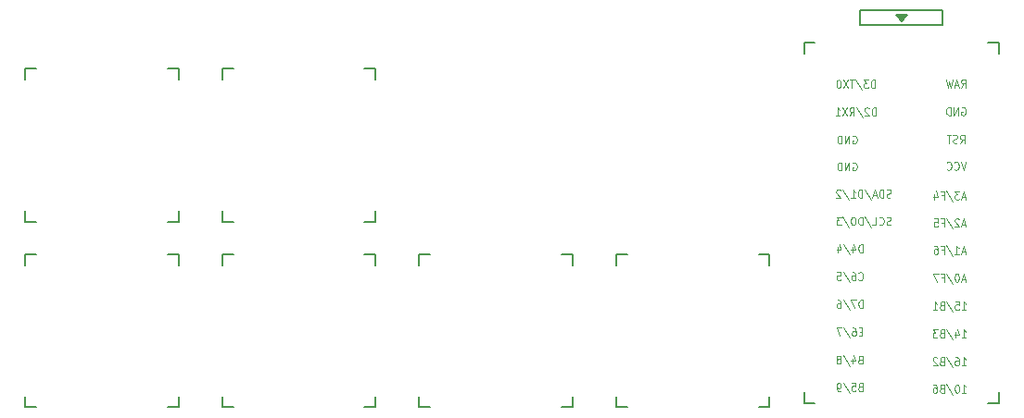
<source format=gbo>
G04 #@! TF.GenerationSoftware,KiCad,Pcbnew,(5.1.10-1-10_14)*
G04 #@! TF.CreationDate,2021-10-28T16:09:57+08:00*
G04 #@! TF.ProjectId,macro3,6d616372-6f33-42e6-9b69-6361645f7063,0.1*
G04 #@! TF.SameCoordinates,Original*
G04 #@! TF.FileFunction,Legend,Bot*
G04 #@! TF.FilePolarity,Positive*
%FSLAX46Y46*%
G04 Gerber Fmt 4.6, Leading zero omitted, Abs format (unit mm)*
G04 Created by KiCad (PCBNEW (5.1.10-1-10_14)) date 2021-10-28 16:09:57*
%MOMM*%
%LPD*%
G01*
G04 APERTURE LIST*
%ADD10C,0.150000*%
%ADD11C,0.125000*%
%ADD12C,0.120000*%
%ADD13C,1.900000*%
%ADD14C,2.400000*%
%ADD15C,1.390600*%
%ADD16C,2.432000*%
%ADD17C,3.829000*%
%ADD18C,2.101800*%
%ADD19C,1.924000*%
G04 APERTURE END LIST*
D10*
X45460000Y-80480000D02*
X45460000Y-81480000D01*
X44460000Y-80480000D02*
X45460000Y-80480000D01*
X45460000Y-94480000D02*
X44460000Y-94480000D01*
X45460000Y-93480000D02*
X45460000Y-94480000D01*
X31460000Y-94480000D02*
X31460000Y-93480000D01*
X32460000Y-94480000D02*
X31460000Y-94480000D01*
X31460000Y-80480000D02*
X32460000Y-80480000D01*
X31460000Y-81480000D02*
X31460000Y-80480000D01*
X45460000Y-63480000D02*
X45460000Y-64480000D01*
X44460000Y-63480000D02*
X45460000Y-63480000D01*
X45460000Y-77480000D02*
X44460000Y-77480000D01*
X45460000Y-76480000D02*
X45460000Y-77480000D01*
X31460000Y-77480000D02*
X31460000Y-76480000D01*
X32460000Y-77480000D02*
X31460000Y-77480000D01*
X31460000Y-63480000D02*
X32460000Y-63480000D01*
X31460000Y-64480000D02*
X31460000Y-63480000D01*
X111660000Y-58970000D02*
X111360000Y-58970000D01*
X111760000Y-58820000D02*
X111260000Y-58820000D01*
X111860000Y-58670000D02*
X111160000Y-58670000D01*
X111510000Y-59170000D02*
X112010000Y-58520000D01*
X111010000Y-58520000D02*
X111510000Y-59170000D01*
X112010000Y-58520000D02*
X111010000Y-58520000D01*
X107760000Y-58170000D02*
X115260000Y-58170000D01*
X107760000Y-59470000D02*
X107760000Y-58170000D01*
X115260000Y-59470000D02*
X107760000Y-59470000D01*
X115260000Y-58170000D02*
X115260000Y-59470000D01*
X120410000Y-61070000D02*
X120410000Y-62070000D01*
X102610000Y-61070000D02*
X102610000Y-62070000D01*
X120410000Y-61070000D02*
X119410000Y-61070000D01*
X102610000Y-61070000D02*
X103560000Y-61070000D01*
X120410000Y-93070000D02*
X120410000Y-94120000D01*
X102610000Y-93120000D02*
X102610000Y-94120000D01*
X120410000Y-94120000D02*
X119410000Y-94120000D01*
X102610000Y-94120000D02*
X103620000Y-94120000D01*
X49460000Y-64480000D02*
X49460000Y-63480000D01*
X49460000Y-63480000D02*
X50460000Y-63480000D01*
X50460000Y-77480000D02*
X49460000Y-77480000D01*
X49460000Y-77480000D02*
X49460000Y-76480000D01*
X63460000Y-76480000D02*
X63460000Y-77480000D01*
X63460000Y-77480000D02*
X62460000Y-77480000D01*
X62460000Y-63480000D02*
X63460000Y-63480000D01*
X63460000Y-63480000D02*
X63460000Y-64480000D01*
X85460000Y-81480000D02*
X85460000Y-80480000D01*
X85460000Y-80480000D02*
X86460000Y-80480000D01*
X86460000Y-94480000D02*
X85460000Y-94480000D01*
X85460000Y-94480000D02*
X85460000Y-93480000D01*
X99460000Y-93480000D02*
X99460000Y-94480000D01*
X99460000Y-94480000D02*
X98460000Y-94480000D01*
X98460000Y-80480000D02*
X99460000Y-80480000D01*
X99460000Y-80480000D02*
X99460000Y-81480000D01*
X67460000Y-81480000D02*
X67460000Y-80480000D01*
X67460000Y-80480000D02*
X68460000Y-80480000D01*
X68460000Y-94480000D02*
X67460000Y-94480000D01*
X67460000Y-94480000D02*
X67460000Y-93480000D01*
X81460000Y-93480000D02*
X81460000Y-94480000D01*
X81460000Y-94480000D02*
X80460000Y-94480000D01*
X80460000Y-80480000D02*
X81460000Y-80480000D01*
X81460000Y-80480000D02*
X81460000Y-81480000D01*
X49460000Y-81480000D02*
X49460000Y-80480000D01*
X49460000Y-80480000D02*
X50460000Y-80480000D01*
X50460000Y-94480000D02*
X49460000Y-94480000D01*
X49460000Y-94480000D02*
X49460000Y-93480000D01*
X63460000Y-93480000D02*
X63460000Y-94480000D01*
X63460000Y-94480000D02*
X62460000Y-94480000D01*
X62460000Y-80480000D02*
X63460000Y-80480000D01*
X63460000Y-80480000D02*
X63460000Y-81480000D01*
D11*
X116967619Y-65209285D02*
X117190952Y-64852142D01*
X117350476Y-65209285D02*
X117350476Y-64459285D01*
X117095238Y-64459285D01*
X117031428Y-64495000D01*
X116999523Y-64530714D01*
X116967619Y-64602142D01*
X116967619Y-64709285D01*
X116999523Y-64780714D01*
X117031428Y-64816428D01*
X117095238Y-64852142D01*
X117350476Y-64852142D01*
X116712380Y-64995000D02*
X116393333Y-64995000D01*
X116776190Y-65209285D02*
X116552857Y-64459285D01*
X116329523Y-65209285D01*
X116170000Y-64459285D02*
X116010476Y-65209285D01*
X115882857Y-64673571D01*
X115755238Y-65209285D01*
X115595714Y-64459285D01*
X117015476Y-67045000D02*
X117079285Y-67009285D01*
X117175000Y-67009285D01*
X117270714Y-67045000D01*
X117334523Y-67116428D01*
X117366428Y-67187857D01*
X117398333Y-67330714D01*
X117398333Y-67437857D01*
X117366428Y-67580714D01*
X117334523Y-67652142D01*
X117270714Y-67723571D01*
X117175000Y-67759285D01*
X117111190Y-67759285D01*
X117015476Y-67723571D01*
X116983571Y-67687857D01*
X116983571Y-67437857D01*
X117111190Y-67437857D01*
X116696428Y-67759285D02*
X116696428Y-67009285D01*
X116313571Y-67759285D01*
X116313571Y-67009285D01*
X115994523Y-67759285D02*
X115994523Y-67009285D01*
X115835000Y-67009285D01*
X115739285Y-67045000D01*
X115675476Y-67116428D01*
X115643571Y-67187857D01*
X115611666Y-67330714D01*
X115611666Y-67437857D01*
X115643571Y-67580714D01*
X115675476Y-67652142D01*
X115739285Y-67723571D01*
X115835000Y-67759285D01*
X115994523Y-67759285D01*
X116871904Y-70309285D02*
X117095238Y-69952142D01*
X117254761Y-70309285D02*
X117254761Y-69559285D01*
X116999523Y-69559285D01*
X116935714Y-69595000D01*
X116903809Y-69630714D01*
X116871904Y-69702142D01*
X116871904Y-69809285D01*
X116903809Y-69880714D01*
X116935714Y-69916428D01*
X116999523Y-69952142D01*
X117254761Y-69952142D01*
X116616666Y-70273571D02*
X116520952Y-70309285D01*
X116361428Y-70309285D01*
X116297619Y-70273571D01*
X116265714Y-70237857D01*
X116233809Y-70166428D01*
X116233809Y-70095000D01*
X116265714Y-70023571D01*
X116297619Y-69987857D01*
X116361428Y-69952142D01*
X116489047Y-69916428D01*
X116552857Y-69880714D01*
X116584761Y-69845000D01*
X116616666Y-69773571D01*
X116616666Y-69702142D01*
X116584761Y-69630714D01*
X116552857Y-69595000D01*
X116489047Y-69559285D01*
X116329523Y-69559285D01*
X116233809Y-69595000D01*
X116042380Y-69559285D02*
X115659523Y-69559285D01*
X115850952Y-70309285D02*
X115850952Y-69559285D01*
X117398333Y-72009285D02*
X117175000Y-72759285D01*
X116951666Y-72009285D01*
X116345476Y-72687857D02*
X116377380Y-72723571D01*
X116473095Y-72759285D01*
X116536904Y-72759285D01*
X116632619Y-72723571D01*
X116696428Y-72652142D01*
X116728333Y-72580714D01*
X116760238Y-72437857D01*
X116760238Y-72330714D01*
X116728333Y-72187857D01*
X116696428Y-72116428D01*
X116632619Y-72045000D01*
X116536904Y-72009285D01*
X116473095Y-72009285D01*
X116377380Y-72045000D01*
X116345476Y-72080714D01*
X115675476Y-72687857D02*
X115707380Y-72723571D01*
X115803095Y-72759285D01*
X115866904Y-72759285D01*
X115962619Y-72723571D01*
X116026428Y-72652142D01*
X116058333Y-72580714D01*
X116090238Y-72437857D01*
X116090238Y-72330714D01*
X116058333Y-72187857D01*
X116026428Y-72116428D01*
X115962619Y-72045000D01*
X115866904Y-72009285D01*
X115803095Y-72009285D01*
X115707380Y-72045000D01*
X115675476Y-72080714D01*
X117340714Y-75245000D02*
X117021666Y-75245000D01*
X117404523Y-75459285D02*
X117181190Y-74709285D01*
X116957857Y-75459285D01*
X116798333Y-74709285D02*
X116383571Y-74709285D01*
X116606904Y-74995000D01*
X116511190Y-74995000D01*
X116447380Y-75030714D01*
X116415476Y-75066428D01*
X116383571Y-75137857D01*
X116383571Y-75316428D01*
X116415476Y-75387857D01*
X116447380Y-75423571D01*
X116511190Y-75459285D01*
X116702619Y-75459285D01*
X116766428Y-75423571D01*
X116798333Y-75387857D01*
X115617857Y-74673571D02*
X116192142Y-75637857D01*
X115171190Y-75066428D02*
X115394523Y-75066428D01*
X115394523Y-75459285D02*
X115394523Y-74709285D01*
X115075476Y-74709285D01*
X114533095Y-74959285D02*
X114533095Y-75459285D01*
X114692619Y-74673571D02*
X114852142Y-75209285D01*
X114437380Y-75209285D01*
X117340714Y-77745000D02*
X117021666Y-77745000D01*
X117404523Y-77959285D02*
X117181190Y-77209285D01*
X116957857Y-77959285D01*
X116766428Y-77280714D02*
X116734523Y-77245000D01*
X116670714Y-77209285D01*
X116511190Y-77209285D01*
X116447380Y-77245000D01*
X116415476Y-77280714D01*
X116383571Y-77352142D01*
X116383571Y-77423571D01*
X116415476Y-77530714D01*
X116798333Y-77959285D01*
X116383571Y-77959285D01*
X115617857Y-77173571D02*
X116192142Y-78137857D01*
X115171190Y-77566428D02*
X115394523Y-77566428D01*
X115394523Y-77959285D02*
X115394523Y-77209285D01*
X115075476Y-77209285D01*
X114501190Y-77209285D02*
X114820238Y-77209285D01*
X114852142Y-77566428D01*
X114820238Y-77530714D01*
X114756428Y-77495000D01*
X114596904Y-77495000D01*
X114533095Y-77530714D01*
X114501190Y-77566428D01*
X114469285Y-77637857D01*
X114469285Y-77816428D01*
X114501190Y-77887857D01*
X114533095Y-77923571D01*
X114596904Y-77959285D01*
X114756428Y-77959285D01*
X114820238Y-77923571D01*
X114852142Y-77887857D01*
X117340714Y-80245000D02*
X117021666Y-80245000D01*
X117404523Y-80459285D02*
X117181190Y-79709285D01*
X116957857Y-80459285D01*
X116383571Y-80459285D02*
X116766428Y-80459285D01*
X116575000Y-80459285D02*
X116575000Y-79709285D01*
X116638809Y-79816428D01*
X116702619Y-79887857D01*
X116766428Y-79923571D01*
X115617857Y-79673571D02*
X116192142Y-80637857D01*
X115171190Y-80066428D02*
X115394523Y-80066428D01*
X115394523Y-80459285D02*
X115394523Y-79709285D01*
X115075476Y-79709285D01*
X114533095Y-79709285D02*
X114660714Y-79709285D01*
X114724523Y-79745000D01*
X114756428Y-79780714D01*
X114820238Y-79887857D01*
X114852142Y-80030714D01*
X114852142Y-80316428D01*
X114820238Y-80387857D01*
X114788333Y-80423571D01*
X114724523Y-80459285D01*
X114596904Y-80459285D01*
X114533095Y-80423571D01*
X114501190Y-80387857D01*
X114469285Y-80316428D01*
X114469285Y-80137857D01*
X114501190Y-80066428D01*
X114533095Y-80030714D01*
X114596904Y-79995000D01*
X114724523Y-79995000D01*
X114788333Y-80030714D01*
X114820238Y-80066428D01*
X114852142Y-80137857D01*
X117340714Y-82795000D02*
X117021666Y-82795000D01*
X117404523Y-83009285D02*
X117181190Y-82259285D01*
X116957857Y-83009285D01*
X116606904Y-82259285D02*
X116543095Y-82259285D01*
X116479285Y-82295000D01*
X116447380Y-82330714D01*
X116415476Y-82402142D01*
X116383571Y-82545000D01*
X116383571Y-82723571D01*
X116415476Y-82866428D01*
X116447380Y-82937857D01*
X116479285Y-82973571D01*
X116543095Y-83009285D01*
X116606904Y-83009285D01*
X116670714Y-82973571D01*
X116702619Y-82937857D01*
X116734523Y-82866428D01*
X116766428Y-82723571D01*
X116766428Y-82545000D01*
X116734523Y-82402142D01*
X116702619Y-82330714D01*
X116670714Y-82295000D01*
X116606904Y-82259285D01*
X115617857Y-82223571D02*
X116192142Y-83187857D01*
X115171190Y-82616428D02*
X115394523Y-82616428D01*
X115394523Y-83009285D02*
X115394523Y-82259285D01*
X115075476Y-82259285D01*
X114884047Y-82259285D02*
X114437380Y-82259285D01*
X114724523Y-83009285D01*
X117037619Y-85559285D02*
X117420476Y-85559285D01*
X117229047Y-85559285D02*
X117229047Y-84809285D01*
X117292857Y-84916428D01*
X117356666Y-84987857D01*
X117420476Y-85023571D01*
X116431428Y-84809285D02*
X116750476Y-84809285D01*
X116782380Y-85166428D01*
X116750476Y-85130714D01*
X116686666Y-85095000D01*
X116527142Y-85095000D01*
X116463333Y-85130714D01*
X116431428Y-85166428D01*
X116399523Y-85237857D01*
X116399523Y-85416428D01*
X116431428Y-85487857D01*
X116463333Y-85523571D01*
X116527142Y-85559285D01*
X116686666Y-85559285D01*
X116750476Y-85523571D01*
X116782380Y-85487857D01*
X115633809Y-84773571D02*
X116208095Y-85737857D01*
X115187142Y-85166428D02*
X115091428Y-85202142D01*
X115059523Y-85237857D01*
X115027619Y-85309285D01*
X115027619Y-85416428D01*
X115059523Y-85487857D01*
X115091428Y-85523571D01*
X115155238Y-85559285D01*
X115410476Y-85559285D01*
X115410476Y-84809285D01*
X115187142Y-84809285D01*
X115123333Y-84845000D01*
X115091428Y-84880714D01*
X115059523Y-84952142D01*
X115059523Y-85023571D01*
X115091428Y-85095000D01*
X115123333Y-85130714D01*
X115187142Y-85166428D01*
X115410476Y-85166428D01*
X114389523Y-85559285D02*
X114772380Y-85559285D01*
X114580952Y-85559285D02*
X114580952Y-84809285D01*
X114644761Y-84916428D01*
X114708571Y-84987857D01*
X114772380Y-85023571D01*
X117037619Y-88109285D02*
X117420476Y-88109285D01*
X117229047Y-88109285D02*
X117229047Y-87359285D01*
X117292857Y-87466428D01*
X117356666Y-87537857D01*
X117420476Y-87573571D01*
X116463333Y-87609285D02*
X116463333Y-88109285D01*
X116622857Y-87323571D02*
X116782380Y-87859285D01*
X116367619Y-87859285D01*
X115633809Y-87323571D02*
X116208095Y-88287857D01*
X115187142Y-87716428D02*
X115091428Y-87752142D01*
X115059523Y-87787857D01*
X115027619Y-87859285D01*
X115027619Y-87966428D01*
X115059523Y-88037857D01*
X115091428Y-88073571D01*
X115155238Y-88109285D01*
X115410476Y-88109285D01*
X115410476Y-87359285D01*
X115187142Y-87359285D01*
X115123333Y-87395000D01*
X115091428Y-87430714D01*
X115059523Y-87502142D01*
X115059523Y-87573571D01*
X115091428Y-87645000D01*
X115123333Y-87680714D01*
X115187142Y-87716428D01*
X115410476Y-87716428D01*
X114804285Y-87359285D02*
X114389523Y-87359285D01*
X114612857Y-87645000D01*
X114517142Y-87645000D01*
X114453333Y-87680714D01*
X114421428Y-87716428D01*
X114389523Y-87787857D01*
X114389523Y-87966428D01*
X114421428Y-88037857D01*
X114453333Y-88073571D01*
X114517142Y-88109285D01*
X114708571Y-88109285D01*
X114772380Y-88073571D01*
X114804285Y-88037857D01*
X117037619Y-93159285D02*
X117420476Y-93159285D01*
X117229047Y-93159285D02*
X117229047Y-92409285D01*
X117292857Y-92516428D01*
X117356666Y-92587857D01*
X117420476Y-92623571D01*
X116622857Y-92409285D02*
X116559047Y-92409285D01*
X116495238Y-92445000D01*
X116463333Y-92480714D01*
X116431428Y-92552142D01*
X116399523Y-92695000D01*
X116399523Y-92873571D01*
X116431428Y-93016428D01*
X116463333Y-93087857D01*
X116495238Y-93123571D01*
X116559047Y-93159285D01*
X116622857Y-93159285D01*
X116686666Y-93123571D01*
X116718571Y-93087857D01*
X116750476Y-93016428D01*
X116782380Y-92873571D01*
X116782380Y-92695000D01*
X116750476Y-92552142D01*
X116718571Y-92480714D01*
X116686666Y-92445000D01*
X116622857Y-92409285D01*
X115633809Y-92373571D02*
X116208095Y-93337857D01*
X115187142Y-92766428D02*
X115091428Y-92802142D01*
X115059523Y-92837857D01*
X115027619Y-92909285D01*
X115027619Y-93016428D01*
X115059523Y-93087857D01*
X115091428Y-93123571D01*
X115155238Y-93159285D01*
X115410476Y-93159285D01*
X115410476Y-92409285D01*
X115187142Y-92409285D01*
X115123333Y-92445000D01*
X115091428Y-92480714D01*
X115059523Y-92552142D01*
X115059523Y-92623571D01*
X115091428Y-92695000D01*
X115123333Y-92730714D01*
X115187142Y-92766428D01*
X115410476Y-92766428D01*
X114453333Y-92409285D02*
X114580952Y-92409285D01*
X114644761Y-92445000D01*
X114676666Y-92480714D01*
X114740476Y-92587857D01*
X114772380Y-92730714D01*
X114772380Y-93016428D01*
X114740476Y-93087857D01*
X114708571Y-93123571D01*
X114644761Y-93159285D01*
X114517142Y-93159285D01*
X114453333Y-93123571D01*
X114421428Y-93087857D01*
X114389523Y-93016428D01*
X114389523Y-92837857D01*
X114421428Y-92766428D01*
X114453333Y-92730714D01*
X114517142Y-92695000D01*
X114644761Y-92695000D01*
X114708571Y-92730714D01*
X114740476Y-92766428D01*
X114772380Y-92837857D01*
X117037619Y-90659285D02*
X117420476Y-90659285D01*
X117229047Y-90659285D02*
X117229047Y-89909285D01*
X117292857Y-90016428D01*
X117356666Y-90087857D01*
X117420476Y-90123571D01*
X116463333Y-89909285D02*
X116590952Y-89909285D01*
X116654761Y-89945000D01*
X116686666Y-89980714D01*
X116750476Y-90087857D01*
X116782380Y-90230714D01*
X116782380Y-90516428D01*
X116750476Y-90587857D01*
X116718571Y-90623571D01*
X116654761Y-90659285D01*
X116527142Y-90659285D01*
X116463333Y-90623571D01*
X116431428Y-90587857D01*
X116399523Y-90516428D01*
X116399523Y-90337857D01*
X116431428Y-90266428D01*
X116463333Y-90230714D01*
X116527142Y-90195000D01*
X116654761Y-90195000D01*
X116718571Y-90230714D01*
X116750476Y-90266428D01*
X116782380Y-90337857D01*
X115633809Y-89873571D02*
X116208095Y-90837857D01*
X115187142Y-90266428D02*
X115091428Y-90302142D01*
X115059523Y-90337857D01*
X115027619Y-90409285D01*
X115027619Y-90516428D01*
X115059523Y-90587857D01*
X115091428Y-90623571D01*
X115155238Y-90659285D01*
X115410476Y-90659285D01*
X115410476Y-89909285D01*
X115187142Y-89909285D01*
X115123333Y-89945000D01*
X115091428Y-89980714D01*
X115059523Y-90052142D01*
X115059523Y-90123571D01*
X115091428Y-90195000D01*
X115123333Y-90230714D01*
X115187142Y-90266428D01*
X115410476Y-90266428D01*
X114772380Y-89980714D02*
X114740476Y-89945000D01*
X114676666Y-89909285D01*
X114517142Y-89909285D01*
X114453333Y-89945000D01*
X114421428Y-89980714D01*
X114389523Y-90052142D01*
X114389523Y-90123571D01*
X114421428Y-90230714D01*
X114804285Y-90659285D01*
X114389523Y-90659285D01*
X107937619Y-87566428D02*
X107714285Y-87566428D01*
X107618571Y-87959285D02*
X107937619Y-87959285D01*
X107937619Y-87209285D01*
X107618571Y-87209285D01*
X107044285Y-87209285D02*
X107171904Y-87209285D01*
X107235714Y-87245000D01*
X107267619Y-87280714D01*
X107331428Y-87387857D01*
X107363333Y-87530714D01*
X107363333Y-87816428D01*
X107331428Y-87887857D01*
X107299523Y-87923571D01*
X107235714Y-87959285D01*
X107108095Y-87959285D01*
X107044285Y-87923571D01*
X107012380Y-87887857D01*
X106980476Y-87816428D01*
X106980476Y-87637857D01*
X107012380Y-87566428D01*
X107044285Y-87530714D01*
X107108095Y-87495000D01*
X107235714Y-87495000D01*
X107299523Y-87530714D01*
X107331428Y-87566428D01*
X107363333Y-87637857D01*
X106214761Y-87173571D02*
X106789047Y-88137857D01*
X106055238Y-87209285D02*
X105608571Y-87209285D01*
X105895714Y-87959285D01*
X107969523Y-85409285D02*
X107969523Y-84659285D01*
X107810000Y-84659285D01*
X107714285Y-84695000D01*
X107650476Y-84766428D01*
X107618571Y-84837857D01*
X107586666Y-84980714D01*
X107586666Y-85087857D01*
X107618571Y-85230714D01*
X107650476Y-85302142D01*
X107714285Y-85373571D01*
X107810000Y-85409285D01*
X107969523Y-85409285D01*
X107363333Y-84659285D02*
X106916666Y-84659285D01*
X107203809Y-85409285D01*
X106182857Y-84623571D02*
X106757142Y-85587857D01*
X105672380Y-84659285D02*
X105800000Y-84659285D01*
X105863809Y-84695000D01*
X105895714Y-84730714D01*
X105959523Y-84837857D01*
X105991428Y-84980714D01*
X105991428Y-85266428D01*
X105959523Y-85337857D01*
X105927619Y-85373571D01*
X105863809Y-85409285D01*
X105736190Y-85409285D01*
X105672380Y-85373571D01*
X105640476Y-85337857D01*
X105608571Y-85266428D01*
X105608571Y-85087857D01*
X105640476Y-85016428D01*
X105672380Y-84980714D01*
X105736190Y-84945000D01*
X105863809Y-84945000D01*
X105927619Y-84980714D01*
X105959523Y-85016428D01*
X105991428Y-85087857D01*
X107065476Y-69645000D02*
X107129285Y-69609285D01*
X107225000Y-69609285D01*
X107320714Y-69645000D01*
X107384523Y-69716428D01*
X107416428Y-69787857D01*
X107448333Y-69930714D01*
X107448333Y-70037857D01*
X107416428Y-70180714D01*
X107384523Y-70252142D01*
X107320714Y-70323571D01*
X107225000Y-70359285D01*
X107161190Y-70359285D01*
X107065476Y-70323571D01*
X107033571Y-70287857D01*
X107033571Y-70037857D01*
X107161190Y-70037857D01*
X106746428Y-70359285D02*
X106746428Y-69609285D01*
X106363571Y-70359285D01*
X106363571Y-69609285D01*
X106044523Y-70359285D02*
X106044523Y-69609285D01*
X105885000Y-69609285D01*
X105789285Y-69645000D01*
X105725476Y-69716428D01*
X105693571Y-69787857D01*
X105661666Y-69930714D01*
X105661666Y-70037857D01*
X105693571Y-70180714D01*
X105725476Y-70252142D01*
X105789285Y-70323571D01*
X105885000Y-70359285D01*
X106044523Y-70359285D01*
X107065476Y-72095000D02*
X107129285Y-72059285D01*
X107225000Y-72059285D01*
X107320714Y-72095000D01*
X107384523Y-72166428D01*
X107416428Y-72237857D01*
X107448333Y-72380714D01*
X107448333Y-72487857D01*
X107416428Y-72630714D01*
X107384523Y-72702142D01*
X107320714Y-72773571D01*
X107225000Y-72809285D01*
X107161190Y-72809285D01*
X107065476Y-72773571D01*
X107033571Y-72737857D01*
X107033571Y-72487857D01*
X107161190Y-72487857D01*
X106746428Y-72809285D02*
X106746428Y-72059285D01*
X106363571Y-72809285D01*
X106363571Y-72059285D01*
X106044523Y-72809285D02*
X106044523Y-72059285D01*
X105885000Y-72059285D01*
X105789285Y-72095000D01*
X105725476Y-72166428D01*
X105693571Y-72237857D01*
X105661666Y-72380714D01*
X105661666Y-72487857D01*
X105693571Y-72630714D01*
X105725476Y-72702142D01*
X105789285Y-72773571D01*
X105885000Y-72809285D01*
X106044523Y-72809285D01*
X109093809Y-65259285D02*
X109093809Y-64509285D01*
X108934285Y-64509285D01*
X108838571Y-64545000D01*
X108774761Y-64616428D01*
X108742857Y-64687857D01*
X108710952Y-64830714D01*
X108710952Y-64937857D01*
X108742857Y-65080714D01*
X108774761Y-65152142D01*
X108838571Y-65223571D01*
X108934285Y-65259285D01*
X109093809Y-65259285D01*
X108487619Y-64509285D02*
X108072857Y-64509285D01*
X108296190Y-64795000D01*
X108200476Y-64795000D01*
X108136666Y-64830714D01*
X108104761Y-64866428D01*
X108072857Y-64937857D01*
X108072857Y-65116428D01*
X108104761Y-65187857D01*
X108136666Y-65223571D01*
X108200476Y-65259285D01*
X108391904Y-65259285D01*
X108455714Y-65223571D01*
X108487619Y-65187857D01*
X107307142Y-64473571D02*
X107881428Y-65437857D01*
X107179523Y-64509285D02*
X106796666Y-64509285D01*
X106988095Y-65259285D02*
X106988095Y-64509285D01*
X106637142Y-64509285D02*
X106190476Y-65259285D01*
X106190476Y-64509285D02*
X106637142Y-65259285D01*
X105807619Y-64509285D02*
X105743809Y-64509285D01*
X105680000Y-64545000D01*
X105648095Y-64580714D01*
X105616190Y-64652142D01*
X105584285Y-64795000D01*
X105584285Y-64973571D01*
X105616190Y-65116428D01*
X105648095Y-65187857D01*
X105680000Y-65223571D01*
X105743809Y-65259285D01*
X105807619Y-65259285D01*
X105871428Y-65223571D01*
X105903333Y-65187857D01*
X105935238Y-65116428D01*
X105967142Y-64973571D01*
X105967142Y-64795000D01*
X105935238Y-64652142D01*
X105903333Y-64580714D01*
X105871428Y-64545000D01*
X105807619Y-64509285D01*
X107969523Y-80309285D02*
X107969523Y-79559285D01*
X107810000Y-79559285D01*
X107714285Y-79595000D01*
X107650476Y-79666428D01*
X107618571Y-79737857D01*
X107586666Y-79880714D01*
X107586666Y-79987857D01*
X107618571Y-80130714D01*
X107650476Y-80202142D01*
X107714285Y-80273571D01*
X107810000Y-80309285D01*
X107969523Y-80309285D01*
X107012380Y-79809285D02*
X107012380Y-80309285D01*
X107171904Y-79523571D02*
X107331428Y-80059285D01*
X106916666Y-80059285D01*
X106182857Y-79523571D02*
X106757142Y-80487857D01*
X105672380Y-79809285D02*
X105672380Y-80309285D01*
X105831904Y-79523571D02*
X105991428Y-80059285D01*
X105576666Y-80059285D01*
X110543571Y-75273571D02*
X110447857Y-75309285D01*
X110288333Y-75309285D01*
X110224523Y-75273571D01*
X110192619Y-75237857D01*
X110160714Y-75166428D01*
X110160714Y-75095000D01*
X110192619Y-75023571D01*
X110224523Y-74987857D01*
X110288333Y-74952142D01*
X110415952Y-74916428D01*
X110479761Y-74880714D01*
X110511666Y-74845000D01*
X110543571Y-74773571D01*
X110543571Y-74702142D01*
X110511666Y-74630714D01*
X110479761Y-74595000D01*
X110415952Y-74559285D01*
X110256428Y-74559285D01*
X110160714Y-74595000D01*
X109873571Y-75309285D02*
X109873571Y-74559285D01*
X109714047Y-74559285D01*
X109618333Y-74595000D01*
X109554523Y-74666428D01*
X109522619Y-74737857D01*
X109490714Y-74880714D01*
X109490714Y-74987857D01*
X109522619Y-75130714D01*
X109554523Y-75202142D01*
X109618333Y-75273571D01*
X109714047Y-75309285D01*
X109873571Y-75309285D01*
X109235476Y-75095000D02*
X108916428Y-75095000D01*
X109299285Y-75309285D02*
X109075952Y-74559285D01*
X108852619Y-75309285D01*
X108150714Y-74523571D02*
X108725000Y-75487857D01*
X107927380Y-75309285D02*
X107927380Y-74559285D01*
X107767857Y-74559285D01*
X107672142Y-74595000D01*
X107608333Y-74666428D01*
X107576428Y-74737857D01*
X107544523Y-74880714D01*
X107544523Y-74987857D01*
X107576428Y-75130714D01*
X107608333Y-75202142D01*
X107672142Y-75273571D01*
X107767857Y-75309285D01*
X107927380Y-75309285D01*
X106906428Y-75309285D02*
X107289285Y-75309285D01*
X107097857Y-75309285D02*
X107097857Y-74559285D01*
X107161666Y-74666428D01*
X107225476Y-74737857D01*
X107289285Y-74773571D01*
X106140714Y-74523571D02*
X106715000Y-75487857D01*
X105949285Y-74630714D02*
X105917380Y-74595000D01*
X105853571Y-74559285D01*
X105694047Y-74559285D01*
X105630238Y-74595000D01*
X105598333Y-74630714D01*
X105566428Y-74702142D01*
X105566428Y-74773571D01*
X105598333Y-74880714D01*
X105981190Y-75309285D01*
X105566428Y-75309285D01*
X110527619Y-77773571D02*
X110431904Y-77809285D01*
X110272380Y-77809285D01*
X110208571Y-77773571D01*
X110176666Y-77737857D01*
X110144761Y-77666428D01*
X110144761Y-77595000D01*
X110176666Y-77523571D01*
X110208571Y-77487857D01*
X110272380Y-77452142D01*
X110400000Y-77416428D01*
X110463809Y-77380714D01*
X110495714Y-77345000D01*
X110527619Y-77273571D01*
X110527619Y-77202142D01*
X110495714Y-77130714D01*
X110463809Y-77095000D01*
X110400000Y-77059285D01*
X110240476Y-77059285D01*
X110144761Y-77095000D01*
X109474761Y-77737857D02*
X109506666Y-77773571D01*
X109602380Y-77809285D01*
X109666190Y-77809285D01*
X109761904Y-77773571D01*
X109825714Y-77702142D01*
X109857619Y-77630714D01*
X109889523Y-77487857D01*
X109889523Y-77380714D01*
X109857619Y-77237857D01*
X109825714Y-77166428D01*
X109761904Y-77095000D01*
X109666190Y-77059285D01*
X109602380Y-77059285D01*
X109506666Y-77095000D01*
X109474761Y-77130714D01*
X108868571Y-77809285D02*
X109187619Y-77809285D01*
X109187619Y-77059285D01*
X108166666Y-77023571D02*
X108740952Y-77987857D01*
X107943333Y-77809285D02*
X107943333Y-77059285D01*
X107783809Y-77059285D01*
X107688095Y-77095000D01*
X107624285Y-77166428D01*
X107592380Y-77237857D01*
X107560476Y-77380714D01*
X107560476Y-77487857D01*
X107592380Y-77630714D01*
X107624285Y-77702142D01*
X107688095Y-77773571D01*
X107783809Y-77809285D01*
X107943333Y-77809285D01*
X107145714Y-77059285D02*
X107081904Y-77059285D01*
X107018095Y-77095000D01*
X106986190Y-77130714D01*
X106954285Y-77202142D01*
X106922380Y-77345000D01*
X106922380Y-77523571D01*
X106954285Y-77666428D01*
X106986190Y-77737857D01*
X107018095Y-77773571D01*
X107081904Y-77809285D01*
X107145714Y-77809285D01*
X107209523Y-77773571D01*
X107241428Y-77737857D01*
X107273333Y-77666428D01*
X107305238Y-77523571D01*
X107305238Y-77345000D01*
X107273333Y-77202142D01*
X107241428Y-77130714D01*
X107209523Y-77095000D01*
X107145714Y-77059285D01*
X106156666Y-77023571D02*
X106730952Y-77987857D01*
X105997142Y-77059285D02*
X105582380Y-77059285D01*
X105805714Y-77345000D01*
X105710000Y-77345000D01*
X105646190Y-77380714D01*
X105614285Y-77416428D01*
X105582380Y-77487857D01*
X105582380Y-77666428D01*
X105614285Y-77737857D01*
X105646190Y-77773571D01*
X105710000Y-77809285D01*
X105901428Y-77809285D01*
X105965238Y-77773571D01*
X105997142Y-77737857D01*
X107586666Y-82787857D02*
X107618571Y-82823571D01*
X107714285Y-82859285D01*
X107778095Y-82859285D01*
X107873809Y-82823571D01*
X107937619Y-82752142D01*
X107969523Y-82680714D01*
X108001428Y-82537857D01*
X108001428Y-82430714D01*
X107969523Y-82287857D01*
X107937619Y-82216428D01*
X107873809Y-82145000D01*
X107778095Y-82109285D01*
X107714285Y-82109285D01*
X107618571Y-82145000D01*
X107586666Y-82180714D01*
X107012380Y-82109285D02*
X107140000Y-82109285D01*
X107203809Y-82145000D01*
X107235714Y-82180714D01*
X107299523Y-82287857D01*
X107331428Y-82430714D01*
X107331428Y-82716428D01*
X107299523Y-82787857D01*
X107267619Y-82823571D01*
X107203809Y-82859285D01*
X107076190Y-82859285D01*
X107012380Y-82823571D01*
X106980476Y-82787857D01*
X106948571Y-82716428D01*
X106948571Y-82537857D01*
X106980476Y-82466428D01*
X107012380Y-82430714D01*
X107076190Y-82395000D01*
X107203809Y-82395000D01*
X107267619Y-82430714D01*
X107299523Y-82466428D01*
X107331428Y-82537857D01*
X106182857Y-82073571D02*
X106757142Y-83037857D01*
X105640476Y-82109285D02*
X105959523Y-82109285D01*
X105991428Y-82466428D01*
X105959523Y-82430714D01*
X105895714Y-82395000D01*
X105736190Y-82395000D01*
X105672380Y-82430714D01*
X105640476Y-82466428D01*
X105608571Y-82537857D01*
X105608571Y-82716428D01*
X105640476Y-82787857D01*
X105672380Y-82823571D01*
X105736190Y-82859285D01*
X105895714Y-82859285D01*
X105959523Y-82823571D01*
X105991428Y-82787857D01*
X107746190Y-92616428D02*
X107650476Y-92652142D01*
X107618571Y-92687857D01*
X107586666Y-92759285D01*
X107586666Y-92866428D01*
X107618571Y-92937857D01*
X107650476Y-92973571D01*
X107714285Y-93009285D01*
X107969523Y-93009285D01*
X107969523Y-92259285D01*
X107746190Y-92259285D01*
X107682380Y-92295000D01*
X107650476Y-92330714D01*
X107618571Y-92402142D01*
X107618571Y-92473571D01*
X107650476Y-92545000D01*
X107682380Y-92580714D01*
X107746190Y-92616428D01*
X107969523Y-92616428D01*
X106980476Y-92259285D02*
X107299523Y-92259285D01*
X107331428Y-92616428D01*
X107299523Y-92580714D01*
X107235714Y-92545000D01*
X107076190Y-92545000D01*
X107012380Y-92580714D01*
X106980476Y-92616428D01*
X106948571Y-92687857D01*
X106948571Y-92866428D01*
X106980476Y-92937857D01*
X107012380Y-92973571D01*
X107076190Y-93009285D01*
X107235714Y-93009285D01*
X107299523Y-92973571D01*
X107331428Y-92937857D01*
X106182857Y-92223571D02*
X106757142Y-93187857D01*
X105927619Y-93009285D02*
X105800000Y-93009285D01*
X105736190Y-92973571D01*
X105704285Y-92937857D01*
X105640476Y-92830714D01*
X105608571Y-92687857D01*
X105608571Y-92402142D01*
X105640476Y-92330714D01*
X105672380Y-92295000D01*
X105736190Y-92259285D01*
X105863809Y-92259285D01*
X105927619Y-92295000D01*
X105959523Y-92330714D01*
X105991428Y-92402142D01*
X105991428Y-92580714D01*
X105959523Y-92652142D01*
X105927619Y-92687857D01*
X105863809Y-92723571D01*
X105736190Y-92723571D01*
X105672380Y-92687857D01*
X105640476Y-92652142D01*
X105608571Y-92580714D01*
X109173571Y-67809285D02*
X109173571Y-67059285D01*
X109014047Y-67059285D01*
X108918333Y-67095000D01*
X108854523Y-67166428D01*
X108822619Y-67237857D01*
X108790714Y-67380714D01*
X108790714Y-67487857D01*
X108822619Y-67630714D01*
X108854523Y-67702142D01*
X108918333Y-67773571D01*
X109014047Y-67809285D01*
X109173571Y-67809285D01*
X108535476Y-67130714D02*
X108503571Y-67095000D01*
X108439761Y-67059285D01*
X108280238Y-67059285D01*
X108216428Y-67095000D01*
X108184523Y-67130714D01*
X108152619Y-67202142D01*
X108152619Y-67273571D01*
X108184523Y-67380714D01*
X108567380Y-67809285D01*
X108152619Y-67809285D01*
X107386904Y-67023571D02*
X107961190Y-67987857D01*
X106780714Y-67809285D02*
X107004047Y-67452142D01*
X107163571Y-67809285D02*
X107163571Y-67059285D01*
X106908333Y-67059285D01*
X106844523Y-67095000D01*
X106812619Y-67130714D01*
X106780714Y-67202142D01*
X106780714Y-67309285D01*
X106812619Y-67380714D01*
X106844523Y-67416428D01*
X106908333Y-67452142D01*
X107163571Y-67452142D01*
X106557380Y-67059285D02*
X106110714Y-67809285D01*
X106110714Y-67059285D02*
X106557380Y-67809285D01*
X105504523Y-67809285D02*
X105887380Y-67809285D01*
X105695952Y-67809285D02*
X105695952Y-67059285D01*
X105759761Y-67166428D01*
X105823571Y-67237857D01*
X105887380Y-67273571D01*
X107746190Y-90116428D02*
X107650476Y-90152142D01*
X107618571Y-90187857D01*
X107586666Y-90259285D01*
X107586666Y-90366428D01*
X107618571Y-90437857D01*
X107650476Y-90473571D01*
X107714285Y-90509285D01*
X107969523Y-90509285D01*
X107969523Y-89759285D01*
X107746190Y-89759285D01*
X107682380Y-89795000D01*
X107650476Y-89830714D01*
X107618571Y-89902142D01*
X107618571Y-89973571D01*
X107650476Y-90045000D01*
X107682380Y-90080714D01*
X107746190Y-90116428D01*
X107969523Y-90116428D01*
X107012380Y-90009285D02*
X107012380Y-90509285D01*
X107171904Y-89723571D02*
X107331428Y-90259285D01*
X106916666Y-90259285D01*
X106182857Y-89723571D02*
X106757142Y-90687857D01*
X105863809Y-90080714D02*
X105927619Y-90045000D01*
X105959523Y-90009285D01*
X105991428Y-89937857D01*
X105991428Y-89902142D01*
X105959523Y-89830714D01*
X105927619Y-89795000D01*
X105863809Y-89759285D01*
X105736190Y-89759285D01*
X105672380Y-89795000D01*
X105640476Y-89830714D01*
X105608571Y-89902142D01*
X105608571Y-89937857D01*
X105640476Y-90009285D01*
X105672380Y-90045000D01*
X105736190Y-90080714D01*
X105863809Y-90080714D01*
X105927619Y-90116428D01*
X105959523Y-90152142D01*
X105991428Y-90223571D01*
X105991428Y-90366428D01*
X105959523Y-90437857D01*
X105927619Y-90473571D01*
X105863809Y-90509285D01*
X105736190Y-90509285D01*
X105672380Y-90473571D01*
X105640476Y-90437857D01*
X105608571Y-90366428D01*
X105608571Y-90223571D01*
X105640476Y-90152142D01*
X105672380Y-90116428D01*
X105736190Y-90080714D01*
D12*
%LPC*%
D13*
X72000000Y-77300000D03*
X77000000Y-77300000D03*
G36*
G01*
X67900000Y-68500000D02*
X69900000Y-68500000D01*
G75*
G02*
X70100000Y-68700000I0J-200000D01*
G01*
X70100000Y-71900000D01*
G75*
G02*
X69900000Y-72100000I-200000J0D01*
G01*
X67900000Y-72100000D01*
G75*
G02*
X67700000Y-71900000I0J200000D01*
G01*
X67700000Y-68700000D01*
G75*
G02*
X67900000Y-68500000I200000J0D01*
G01*
G37*
G36*
G01*
X79100000Y-68500000D02*
X81100000Y-68500000D01*
G75*
G02*
X81300000Y-68700000I0J-200000D01*
G01*
X81300000Y-71900000D01*
G75*
G02*
X81100000Y-72100000I-200000J0D01*
G01*
X79100000Y-72100000D01*
G75*
G02*
X78900000Y-71900000I0J200000D01*
G01*
X78900000Y-68700000D01*
G75*
G02*
X79100000Y-68500000I200000J0D01*
G01*
G37*
D14*
X72000000Y-62800000D03*
X74500000Y-62800000D03*
G36*
G01*
X76000000Y-61600000D02*
X78000000Y-61600000D01*
G75*
G02*
X78200000Y-61800000I0J-200000D01*
G01*
X78200000Y-63800000D01*
G75*
G02*
X78000000Y-64000000I-200000J0D01*
G01*
X76000000Y-64000000D01*
G75*
G02*
X75800000Y-63800000I0J200000D01*
G01*
X75800000Y-61800000D01*
G75*
G02*
X76000000Y-61600000I200000J0D01*
G01*
G37*
D15*
X33240000Y-83280000D03*
D16*
X43460000Y-91280000D03*
D17*
X38460000Y-87480000D03*
D16*
X33460000Y-91280000D03*
X38460000Y-93380000D03*
D15*
X43680000Y-83280000D03*
D18*
X43960000Y-87480000D03*
X32960000Y-87480000D03*
D15*
X33240000Y-66280000D03*
D16*
X43460000Y-74280000D03*
D17*
X38460000Y-70480000D03*
D16*
X33460000Y-74280000D03*
X38460000Y-76380000D03*
D15*
X43680000Y-66280000D03*
D18*
X43960000Y-70480000D03*
X32960000Y-70480000D03*
D19*
X119118600Y-64892000D03*
X119118600Y-67432000D03*
X119118600Y-69972000D03*
X119118600Y-72512000D03*
X119118600Y-75052000D03*
X119118600Y-77592000D03*
X119118600Y-80132000D03*
X119118600Y-82672000D03*
X119118600Y-85212000D03*
X119118600Y-87752000D03*
X119118600Y-90292000D03*
X119118600Y-92832000D03*
X103898600Y-92832000D03*
X103898600Y-90292000D03*
X103898600Y-87752000D03*
X103898600Y-85212000D03*
X103898600Y-82672000D03*
X103898600Y-80132000D03*
X103898600Y-77592000D03*
X103898600Y-75052000D03*
X103898600Y-72512000D03*
X103898600Y-69972000D03*
X103898600Y-67432000D03*
X103898600Y-64892000D03*
G36*
G01*
X94000000Y-61660000D02*
X96000000Y-61660000D01*
G75*
G02*
X96200000Y-61860000I0J-200000D01*
G01*
X96200000Y-63860000D01*
G75*
G02*
X96000000Y-64060000I-200000J0D01*
G01*
X94000000Y-64060000D01*
G75*
G02*
X93800000Y-63860000I0J200000D01*
G01*
X93800000Y-61860000D01*
G75*
G02*
X94000000Y-61660000I200000J0D01*
G01*
G37*
D14*
X92500000Y-62860000D03*
X90000000Y-62860000D03*
G36*
G01*
X97100000Y-68560000D02*
X99100000Y-68560000D01*
G75*
G02*
X99300000Y-68760000I0J-200000D01*
G01*
X99300000Y-71960000D01*
G75*
G02*
X99100000Y-72160000I-200000J0D01*
G01*
X97100000Y-72160000D01*
G75*
G02*
X96900000Y-71960000I0J200000D01*
G01*
X96900000Y-68760000D01*
G75*
G02*
X97100000Y-68560000I200000J0D01*
G01*
G37*
G36*
G01*
X85900000Y-68560000D02*
X87900000Y-68560000D01*
G75*
G02*
X88100000Y-68760000I0J-200000D01*
G01*
X88100000Y-71960000D01*
G75*
G02*
X87900000Y-72160000I-200000J0D01*
G01*
X85900000Y-72160000D01*
G75*
G02*
X85700000Y-71960000I0J200000D01*
G01*
X85700000Y-68760000D01*
G75*
G02*
X85900000Y-68560000I200000J0D01*
G01*
G37*
D13*
X95000000Y-77360000D03*
X90000000Y-77360000D03*
D18*
X50960000Y-70480000D03*
X61960000Y-70480000D03*
D15*
X61680000Y-66280000D03*
D16*
X56460000Y-76380000D03*
X51460000Y-74280000D03*
D17*
X56460000Y-70480000D03*
D16*
X61460000Y-74280000D03*
D15*
X51240000Y-66280000D03*
D18*
X86960000Y-87480000D03*
X97960000Y-87480000D03*
D15*
X97680000Y-83280000D03*
D16*
X92460000Y-93380000D03*
X87460000Y-91280000D03*
D17*
X92460000Y-87480000D03*
D16*
X97460000Y-91280000D03*
D15*
X87240000Y-83280000D03*
D18*
X68960000Y-87480000D03*
X79960000Y-87480000D03*
D15*
X79680000Y-83280000D03*
D16*
X74460000Y-93380000D03*
X69460000Y-91280000D03*
D17*
X74460000Y-87480000D03*
D16*
X79460000Y-91280000D03*
D15*
X69240000Y-83280000D03*
D18*
X50960000Y-87480000D03*
X61960000Y-87480000D03*
D15*
X61680000Y-83280000D03*
D16*
X56460000Y-93380000D03*
X51460000Y-91280000D03*
D17*
X56460000Y-87480000D03*
D16*
X61460000Y-91280000D03*
D15*
X51240000Y-83280000D03*
M02*

</source>
